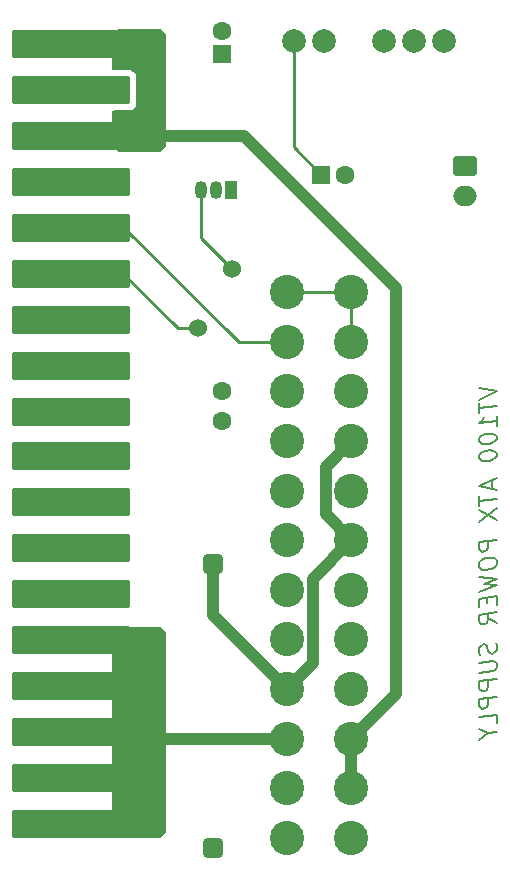
<source format=gbr>
%TF.GenerationSoftware,KiCad,Pcbnew,(6.0.8-1)-1*%
%TF.CreationDate,2022-11-14T22:02:26-06:00*%
%TF.ProjectId,VT100_ATX_DCDC,56543130-305f-4415-9458-5f444344432e,rev?*%
%TF.SameCoordinates,Original*%
%TF.FileFunction,Copper,L2,Bot*%
%TF.FilePolarity,Positive*%
%FSLAX46Y46*%
G04 Gerber Fmt 4.6, Leading zero omitted, Abs format (unit mm)*
G04 Created by KiCad (PCBNEW (6.0.8-1)-1) date 2022-11-14 22:02:26*
%MOMM*%
%LPD*%
G01*
G04 APERTURE LIST*
G04 Aperture macros list*
%AMRoundRect*
0 Rectangle with rounded corners*
0 $1 Rounding radius*
0 $2 $3 $4 $5 $6 $7 $8 $9 X,Y pos of 4 corners*
0 Add a 4 corners polygon primitive as box body*
4,1,4,$2,$3,$4,$5,$6,$7,$8,$9,$2,$3,0*
0 Add four circle primitives for the rounded corners*
1,1,$1+$1,$2,$3*
1,1,$1+$1,$4,$5*
1,1,$1+$1,$6,$7*
1,1,$1+$1,$8,$9*
0 Add four rect primitives between the rounded corners*
20,1,$1+$1,$2,$3,$4,$5,0*
20,1,$1+$1,$4,$5,$6,$7,0*
20,1,$1+$1,$6,$7,$8,$9,0*
20,1,$1+$1,$8,$9,$2,$3,0*%
G04 Aperture macros list end*
%ADD10C,0.200000*%
%TA.AperFunction,NonConductor*%
%ADD11C,0.200000*%
%TD*%
%TA.AperFunction,ComponentPad*%
%ADD12RoundRect,0.120000X4.880000X1.080000X-4.880000X1.080000X-4.880000X-1.080000X4.880000X-1.080000X0*%
%TD*%
%TA.AperFunction,ComponentPad*%
%ADD13C,1.600000*%
%TD*%
%TA.AperFunction,ComponentPad*%
%ADD14C,1.524000*%
%TD*%
%TA.AperFunction,ComponentPad*%
%ADD15C,2.000000*%
%TD*%
%TA.AperFunction,ComponentPad*%
%ADD16RoundRect,0.250000X-0.750000X0.600000X-0.750000X-0.600000X0.750000X-0.600000X0.750000X0.600000X0*%
%TD*%
%TA.AperFunction,ComponentPad*%
%ADD17O,2.000000X1.700000*%
%TD*%
%TA.AperFunction,ComponentPad*%
%ADD18R,1.600000X1.600000*%
%TD*%
%TA.AperFunction,ComponentPad*%
%ADD19RoundRect,0.437500X-0.437500X0.437500X-0.437500X-0.437500X0.437500X-0.437500X0.437500X0.437500X0*%
%TD*%
%TA.AperFunction,ComponentPad*%
%ADD20R,1.050000X1.500000*%
%TD*%
%TA.AperFunction,ComponentPad*%
%ADD21O,1.050000X1.500000*%
%TD*%
%TA.AperFunction,ComponentPad*%
%ADD22C,2.898140*%
%TD*%
%TA.AperFunction,Conductor*%
%ADD23C,1.000000*%
%TD*%
%TA.AperFunction,Conductor*%
%ADD24C,0.250000*%
%TD*%
G04 APERTURE END LIST*
D10*
D11*
X80458571Y-84303919D02*
X81958571Y-84616419D01*
X80458571Y-85303919D01*
X80458571Y-85589633D02*
X80458571Y-86446776D01*
X81958571Y-85830705D02*
X80458571Y-86018205D01*
X81958571Y-87544991D02*
X81958571Y-86687848D01*
X81958571Y-87116419D02*
X80458571Y-87303919D01*
X80672857Y-87134276D01*
X80815714Y-86973562D01*
X80887142Y-86821776D01*
X80458571Y-88661062D02*
X80458571Y-88803919D01*
X80530000Y-88937848D01*
X80601428Y-89000348D01*
X80744285Y-89053919D01*
X81030000Y-89089633D01*
X81387142Y-89044991D01*
X81672857Y-88937848D01*
X81815714Y-88848562D01*
X81887142Y-88768205D01*
X81958571Y-88616419D01*
X81958571Y-88473562D01*
X81887142Y-88339633D01*
X81815714Y-88277133D01*
X81672857Y-88223562D01*
X81387142Y-88187848D01*
X81030000Y-88232491D01*
X80744285Y-88339633D01*
X80601428Y-88428919D01*
X80530000Y-88509276D01*
X80458571Y-88661062D01*
X80458571Y-90089633D02*
X80458571Y-90232491D01*
X80530000Y-90366419D01*
X80601428Y-90428919D01*
X80744285Y-90482491D01*
X81030000Y-90518205D01*
X81387142Y-90473562D01*
X81672857Y-90366419D01*
X81815714Y-90277133D01*
X81887142Y-90196776D01*
X81958571Y-90044991D01*
X81958571Y-89902133D01*
X81887142Y-89768205D01*
X81815714Y-89705705D01*
X81672857Y-89652133D01*
X81387142Y-89616419D01*
X81030000Y-89661062D01*
X80744285Y-89768205D01*
X80601428Y-89857491D01*
X80530000Y-89937848D01*
X80458571Y-90089633D01*
X81530000Y-92169991D02*
X81530000Y-92884276D01*
X81958571Y-91973562D02*
X80458571Y-92661062D01*
X81958571Y-92973562D01*
X80458571Y-93446776D02*
X80458571Y-94303919D01*
X81958571Y-93687848D02*
X80458571Y-93875348D01*
X80458571Y-94661062D02*
X81958571Y-95473562D01*
X80458571Y-95661062D02*
X81958571Y-94473562D01*
X81958571Y-97187848D02*
X80458571Y-97375348D01*
X80458571Y-97946776D01*
X80530000Y-98080705D01*
X80601428Y-98143205D01*
X80744285Y-98196776D01*
X80958571Y-98169991D01*
X81101428Y-98080705D01*
X81172857Y-98000348D01*
X81244285Y-97848562D01*
X81244285Y-97277133D01*
X80458571Y-99161062D02*
X80458571Y-99446776D01*
X80530000Y-99580705D01*
X80672857Y-99705705D01*
X80958571Y-99741419D01*
X81458571Y-99678919D01*
X81744285Y-99571776D01*
X81887142Y-99411062D01*
X81958571Y-99259276D01*
X81958571Y-98973562D01*
X81887142Y-98839633D01*
X81744285Y-98714633D01*
X81458571Y-98678919D01*
X80958571Y-98741419D01*
X80672857Y-98848562D01*
X80530000Y-99009276D01*
X80458571Y-99161062D01*
X80458571Y-100303919D02*
X81958571Y-100473562D01*
X80887142Y-100893205D01*
X81958571Y-101044991D01*
X80458571Y-101589633D01*
X81172857Y-102071776D02*
X81172857Y-102571776D01*
X81958571Y-102687848D02*
X81958571Y-101973562D01*
X80458571Y-102161062D01*
X80458571Y-102875348D01*
X81958571Y-104187848D02*
X81244285Y-103777133D01*
X81958571Y-103330705D02*
X80458571Y-103518205D01*
X80458571Y-104089633D01*
X80530000Y-104223562D01*
X80601428Y-104286062D01*
X80744285Y-104339633D01*
X80958571Y-104312848D01*
X81101428Y-104223562D01*
X81172857Y-104143205D01*
X81244285Y-103991419D01*
X81244285Y-103419991D01*
X81887142Y-105911062D02*
X81958571Y-106116419D01*
X81958571Y-106473562D01*
X81887142Y-106625348D01*
X81815714Y-106705705D01*
X81672857Y-106794991D01*
X81530000Y-106812848D01*
X81387142Y-106759276D01*
X81315714Y-106696776D01*
X81244285Y-106562848D01*
X81172857Y-106286062D01*
X81101428Y-106152133D01*
X81030000Y-106089633D01*
X80887142Y-106036062D01*
X80744285Y-106053919D01*
X80601428Y-106143205D01*
X80530000Y-106223562D01*
X80458571Y-106375348D01*
X80458571Y-106732491D01*
X80530000Y-106937848D01*
X80458571Y-107589633D02*
X81672857Y-107437848D01*
X81815714Y-107491419D01*
X81887142Y-107553919D01*
X81958571Y-107687848D01*
X81958571Y-107973562D01*
X81887142Y-108125348D01*
X81815714Y-108205705D01*
X81672857Y-108294991D01*
X80458571Y-108446776D01*
X81958571Y-108973562D02*
X80458571Y-109161062D01*
X80458571Y-109732491D01*
X80530000Y-109866419D01*
X80601428Y-109928919D01*
X80744285Y-109982491D01*
X80958571Y-109955705D01*
X81101428Y-109866419D01*
X81172857Y-109786062D01*
X81244285Y-109634276D01*
X81244285Y-109062848D01*
X81958571Y-110473562D02*
X80458571Y-110661062D01*
X80458571Y-111232491D01*
X80530000Y-111366419D01*
X80601428Y-111428919D01*
X80744285Y-111482491D01*
X80958571Y-111455705D01*
X81101428Y-111366419D01*
X81172857Y-111286062D01*
X81244285Y-111134276D01*
X81244285Y-110562848D01*
X81958571Y-112687848D02*
X81958571Y-111973562D01*
X80458571Y-112161062D01*
X81244285Y-113562848D02*
X81958571Y-113473562D01*
X80458571Y-113161062D02*
X81244285Y-113562848D01*
X80458571Y-114161062D01*
D12*
%TO.P,U2,1,A_+12V*%
%TO.N,+12V*%
X45931000Y-55223000D03*
%TO.P,U2,2,B_GND*%
%TO.N,GND*%
X45931000Y-59113000D03*
%TO.P,U2,3,C_+12V*%
%TO.N,+12V*%
X45931000Y-63003000D03*
%TO.P,U2,4,D_GND*%
%TO.N,GND*%
X45931000Y-66893000D03*
%TO.P,U2,5,E_-12V*%
%TO.N,-12V*%
X45931000Y-70783000D03*
%TO.P,U2,6,F_-23V*%
%TO.N,-23V*%
X45931000Y-74673000D03*
%TO.P,U2,7,H_NC*%
%TO.N,unconnected-(U2-Pad7)*%
X45931000Y-78563000D03*
%TO.P,U2,8,J_GND_+12V*%
%TO.N,GND_+12V*%
X45931000Y-82453000D03*
%TO.P,U2,9,K_GND*%
%TO.N,GND*%
X45931000Y-86343000D03*
%TO.P,U2,10,L_GND*%
X45931000Y-90123000D03*
%TO.P,U2,11,M_GND*%
X45931000Y-94013000D03*
%TO.P,U2,12,N_GND*%
X45931000Y-97903000D03*
%TO.P,U2,13,P_GND*%
X45931000Y-101793000D03*
%TO.P,U2,14,R_+5V*%
%TO.N,+5V*%
X45931000Y-105683000D03*
%TO.P,U2,15,S_+5V*%
X45931000Y-109573000D03*
%TO.P,U2,16,T_+5V*%
X45931000Y-113463000D03*
%TO.P,U2,17,U_+5V*%
X45931000Y-117353000D03*
%TO.P,U2,18,V_+5V*%
X45931000Y-121243000D03*
%TD*%
D13*
%TO.P,C1,1*%
%TO.N,GND*%
X58724800Y-84602000D03*
%TO.P,C1,2*%
%TO.N,Net-(C1-Pad2)*%
X58724800Y-87102000D03*
%TD*%
D14*
%TO.P,F1,1*%
%TO.N,Net-(C1-Pad2)*%
X59550000Y-74250000D03*
%TO.P,F1,2*%
%TO.N,-23V*%
X56650000Y-79250000D03*
%TD*%
D15*
%TO.P,U1,1,Vin*%
%TO.N,+3.3V*%
X64770000Y-54959000D03*
%TO.P,U1,2,GND*%
%TO.N,GND*%
X67310000Y-54959000D03*
%TO.P,U1,4,-Vo*%
%TO.N,Net-(C3-Pad2)*%
X72390000Y-54959000D03*
%TO.P,U1,5,0V*%
%TO.N,GND*%
X74930000Y-54959000D03*
%TO.P,U1,6,+Vo*%
%TO.N,unconnected-(U1-Pad6)*%
X77470000Y-54959000D03*
%TD*%
D16*
%TO.P,J1,1,Pin_1*%
%TO.N,GND*%
X79248000Y-65532000D03*
D17*
%TO.P,J1,2,Pin_2*%
%TO.N,Net-(J1-Pad2)*%
X79248000Y-68032000D03*
%TD*%
D18*
%TO.P,C3,1*%
%TO.N,GND*%
X58674000Y-56073100D03*
D13*
%TO.P,C3,2*%
%TO.N,Net-(C3-Pad2)*%
X58674000Y-54073100D03*
%TD*%
D19*
%TO.P,R1,1*%
%TO.N,+5V*%
X57912000Y-99252000D03*
%TO.P,R1,2*%
%TO.N,GND*%
X57912000Y-123252000D03*
%TD*%
D18*
%TO.P,C2,1*%
%TO.N,+3.3V*%
X67116888Y-66294000D03*
D13*
%TO.P,C2,2*%
%TO.N,GND*%
X69116888Y-66294000D03*
%TD*%
D20*
%TO.P,U3,1,Ground*%
%TO.N,GND*%
X59436000Y-67564000D03*
D21*
%TO.P,U3,2,Input*%
%TO.N,Net-(C3-Pad2)*%
X58166000Y-67564000D03*
%TO.P,U3,3,Output*%
%TO.N,Net-(C1-Pad2)*%
X56896000Y-67564000D03*
%TD*%
D22*
%TO.P,J2,1,+3.3V*%
%TO.N,+3.3V*%
X69662040Y-76215240D03*
%TO.P,J2,2,+3.3V*%
X69662040Y-80416400D03*
%TO.P,J2,3,GND*%
%TO.N,GND*%
X69662040Y-84615020D03*
%TO.P,J2,4,+5V*%
%TO.N,+5V*%
X69662040Y-88816180D03*
%TO.P,J2,5,GND*%
%TO.N,GND*%
X69662040Y-93014800D03*
%TO.P,J2,6,+5V*%
%TO.N,+5V*%
X69662040Y-97215960D03*
%TO.P,J2,7,GND*%
%TO.N,GND*%
X69662040Y-101412040D03*
%TO.P,J2,8,PWR_OK*%
%TO.N,unconnected-(J2-Pad8)*%
X69662040Y-105613200D03*
%TO.P,J2,9,+5VSB*%
%TO.N,unconnected-(J2-Pad9)*%
X69662040Y-109811820D03*
%TO.P,J2,10,+12V*%
%TO.N,+12V*%
X69662040Y-114012980D03*
%TO.P,J2,11,+12V*%
X69662040Y-118211600D03*
%TO.P,J2,12,+3.3V*%
%TO.N,+3.3V*%
X69662040Y-122412760D03*
%TO.P,J2,13,+3.3V*%
X64162940Y-76215240D03*
%TO.P,J2,14,-12V*%
%TO.N,-12V*%
X64162940Y-80416400D03*
%TO.P,J2,15,GND*%
%TO.N,GND*%
X64162940Y-84615020D03*
%TO.P,J2,16,PS_ON#*%
%TO.N,Net-(J1-Pad2)*%
X64162940Y-88816180D03*
%TO.P,J2,17,GND*%
%TO.N,GND*%
X64162940Y-93014800D03*
%TO.P,J2,18,GND*%
X64162940Y-97215960D03*
%TO.P,J2,19,GND*%
X64162940Y-101412040D03*
%TO.P,J2,20,NC*%
%TO.N,unconnected-(J2-Pad20)*%
X64162940Y-105613200D03*
%TO.P,J2,21,+5V*%
%TO.N,+5V*%
X64162940Y-109811820D03*
%TO.P,J2,22,+5V*%
X64162940Y-114012980D03*
%TO.P,J2,23,+5V*%
X64162940Y-118211600D03*
%TO.P,J2,24,GND*%
%TO.N,GND*%
X64162940Y-122412760D03*
%TD*%
D23*
%TO.N,+5V*%
X64162940Y-114012980D02*
X50480980Y-114012980D01*
X50480980Y-114012980D02*
X49931000Y-113463000D01*
%TO.N,+12V*%
X73406000Y-75841039D02*
X60567961Y-63003000D01*
X60567961Y-63003000D02*
X49931000Y-63003000D01*
D24*
%TO.N,-12V*%
X64162940Y-80416400D02*
X60114400Y-80416400D01*
X60114400Y-80416400D02*
X49931000Y-70233000D01*
%TO.N,-23V*%
X49931000Y-74233000D02*
X54948000Y-79250000D01*
X54948000Y-79250000D02*
X56650000Y-79250000D01*
%TO.N,Net-(C1-Pad2)*%
X56896000Y-67564000D02*
X56896000Y-71596000D01*
X56896000Y-71596000D02*
X59550000Y-74250000D01*
D23*
%TO.N,+12V*%
X69662040Y-118211600D02*
X69662040Y-114012980D01*
X73406000Y-110269020D02*
X69662040Y-114012980D01*
D24*
%TO.N,+3.3V*%
X69662040Y-80416400D02*
X69662040Y-76215240D01*
X64162940Y-76215240D02*
X69662040Y-76215240D01*
X64770000Y-54959000D02*
X64770000Y-63947112D01*
X64770000Y-63947112D02*
X67116888Y-66294000D01*
D23*
%TO.N,+12V*%
X73406000Y-75841039D02*
X73406000Y-110269020D01*
%TO.N,+5V*%
X69662040Y-88816180D02*
X67462970Y-91015250D01*
X67462970Y-95016890D02*
X69662040Y-97215960D01*
X57912000Y-103560880D02*
X57912000Y-99252000D01*
X67462970Y-91015250D02*
X67462970Y-95016890D01*
X66362010Y-100515990D02*
X66362010Y-107612750D01*
X66362010Y-107612750D02*
X64162940Y-109811820D01*
X69662040Y-97215960D02*
X66362010Y-100515990D01*
X64162940Y-109811820D02*
X57912000Y-103560880D01*
%TD*%
%TA.AperFunction,Conductor*%
%TO.N,+5V*%
G36*
X53487931Y-104549002D02*
G01*
X53508905Y-104565905D01*
X53935095Y-104992095D01*
X53969121Y-105054407D01*
X53972000Y-105081190D01*
X53972000Y-121847810D01*
X53951998Y-121915931D01*
X53935095Y-121936905D01*
X53508905Y-122363095D01*
X53446593Y-122397121D01*
X53419810Y-122400000D01*
X49952190Y-122400000D01*
X49884069Y-122379998D01*
X49863095Y-122363095D01*
X49436905Y-121936905D01*
X49402879Y-121874593D01*
X49400000Y-121847810D01*
X49400000Y-105081190D01*
X49420002Y-105013069D01*
X49436905Y-104992095D01*
X49863095Y-104565905D01*
X49925407Y-104531879D01*
X49952190Y-104529000D01*
X53419810Y-104529000D01*
X53487931Y-104549002D01*
G37*
%TD.AperFunction*%
%TD*%
%TA.AperFunction,Conductor*%
%TO.N,+12V*%
G36*
X53482931Y-53942202D02*
G01*
X53503905Y-53959105D01*
X53930095Y-54385295D01*
X53964121Y-54447607D01*
X53967000Y-54474390D01*
X53967000Y-63758610D01*
X53946998Y-63826731D01*
X53930095Y-63847705D01*
X53503905Y-64273895D01*
X53441593Y-64307921D01*
X53414810Y-64310800D01*
X49947190Y-64310800D01*
X49879069Y-64290798D01*
X49858095Y-64273895D01*
X49431905Y-63847705D01*
X49397879Y-63785393D01*
X49395000Y-63758610D01*
X49395000Y-60947500D01*
X49415002Y-60879379D01*
X49468658Y-60832886D01*
X49521000Y-60821500D01*
X50874470Y-60821500D01*
X50876916Y-60821308D01*
X50876929Y-60821307D01*
X50897344Y-60819700D01*
X50910100Y-60818696D01*
X50955300Y-60805564D01*
X51054978Y-60776605D01*
X51054979Y-60776604D01*
X51062591Y-60774393D01*
X51199274Y-60693559D01*
X51311559Y-60581274D01*
X51392393Y-60444591D01*
X51436696Y-60292100D01*
X51437700Y-60279344D01*
X51439307Y-60258929D01*
X51439308Y-60258916D01*
X51439500Y-60256470D01*
X51439500Y-57969530D01*
X51439308Y-57967084D01*
X51439307Y-57967071D01*
X51437201Y-57940319D01*
X51436696Y-57933900D01*
X51392393Y-57781409D01*
X51311559Y-57644726D01*
X51199274Y-57532441D01*
X51062591Y-57451607D01*
X51054979Y-57449396D01*
X51054978Y-57449395D01*
X50916285Y-57409101D01*
X50916286Y-57409101D01*
X50910100Y-57407304D01*
X50897344Y-57406300D01*
X50876929Y-57404693D01*
X50876916Y-57404692D01*
X50874470Y-57404500D01*
X49521000Y-57404500D01*
X49452879Y-57384498D01*
X49406386Y-57330842D01*
X49395000Y-57278500D01*
X49395000Y-54474390D01*
X49415002Y-54406269D01*
X49431905Y-54385295D01*
X49858095Y-53959105D01*
X49920407Y-53925079D01*
X49947190Y-53922200D01*
X53414810Y-53922200D01*
X53482931Y-53942202D01*
G37*
%TD.AperFunction*%
%TD*%
M02*

</source>
